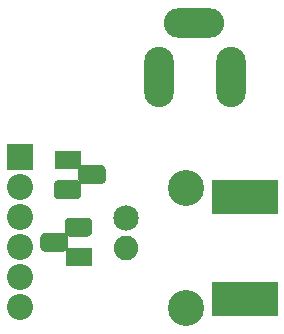
<source format=gbr>
G04 #@! TF.GenerationSoftware,KiCad,Pcbnew,(5.1.5)-3*
G04 #@! TF.CreationDate,2021-08-19T12:17:06-04:00*
G04 #@! TF.ProjectId,CP-OSC,43502d4f-5343-42e6-9b69-6361645f7063,1*
G04 #@! TF.SameCoordinates,Original*
G04 #@! TF.FileFunction,Soldermask,Bot*
G04 #@! TF.FilePolarity,Negative*
%FSLAX46Y46*%
G04 Gerber Fmt 4.6, Leading zero omitted, Abs format (unit mm)*
G04 Created by KiCad (PCBNEW (5.1.5)-3) date 2021-08-19 12:17:06*
%MOMM*%
%LPD*%
G04 APERTURE LIST*
%ADD10C,3.048000*%
%ADD11C,2.159000*%
%ADD12C,2.082800*%
%ADD13R,5.588000X2.921000*%
%ADD14O,2.508000X5.108000*%
%ADD15O,5.108000X2.508000*%
%ADD16C,0.150000*%
%ADD17R,2.308000X1.608000*%
%ADD18R,2.208000X2.208000*%
%ADD19O,2.208000X2.208000*%
G04 APERTURE END LIST*
D10*
X104287000Y-83832400D03*
X104287000Y-73672400D03*
D11*
X99207000Y-76212400D03*
D12*
X99207000Y-78752400D03*
D13*
X109240000Y-83070400D03*
X109240000Y-74434400D03*
D14*
X108097000Y-64274400D03*
X101997000Y-64274400D03*
D15*
X104897000Y-59674400D03*
D16*
G36*
X97096403Y-71727336D02*
G01*
X97135426Y-71733124D01*
X97173694Y-71742710D01*
X97210839Y-71756000D01*
X97246501Y-71772868D01*
X97280339Y-71793149D01*
X97312026Y-71816650D01*
X97341257Y-71843143D01*
X97367750Y-71872374D01*
X97391251Y-71904061D01*
X97411532Y-71937899D01*
X97428400Y-71973561D01*
X97441690Y-72010706D01*
X97451276Y-72048974D01*
X97457064Y-72087997D01*
X97459000Y-72127400D01*
X97459000Y-72931400D01*
X97457064Y-72970803D01*
X97451276Y-73009826D01*
X97441690Y-73048094D01*
X97428400Y-73085239D01*
X97411532Y-73120901D01*
X97391251Y-73154739D01*
X97367750Y-73186426D01*
X97341257Y-73215657D01*
X97312026Y-73242150D01*
X97280339Y-73265651D01*
X97246501Y-73285932D01*
X97210839Y-73302800D01*
X97173694Y-73316090D01*
X97135426Y-73325676D01*
X97096403Y-73331464D01*
X97057000Y-73333400D01*
X95553000Y-73333400D01*
X95513597Y-73331464D01*
X95474574Y-73325676D01*
X95436306Y-73316090D01*
X95399161Y-73302800D01*
X95363499Y-73285932D01*
X95329661Y-73265651D01*
X95297974Y-73242150D01*
X95268743Y-73215657D01*
X95242250Y-73186426D01*
X95218749Y-73154739D01*
X95198468Y-73120901D01*
X95181600Y-73085239D01*
X95168310Y-73048094D01*
X95158724Y-73009826D01*
X95152936Y-72970803D01*
X95151000Y-72931400D01*
X95151000Y-72127400D01*
X95152936Y-72087997D01*
X95158724Y-72048974D01*
X95168310Y-72010706D01*
X95181600Y-71973561D01*
X95198468Y-71937899D01*
X95218749Y-71904061D01*
X95242250Y-71872374D01*
X95268743Y-71843143D01*
X95297974Y-71816650D01*
X95329661Y-71793149D01*
X95363499Y-71772868D01*
X95399161Y-71756000D01*
X95436306Y-71742710D01*
X95474574Y-71733124D01*
X95513597Y-71727336D01*
X95553000Y-71725400D01*
X97057000Y-71725400D01*
X97096403Y-71727336D01*
G37*
G36*
X95026403Y-72997336D02*
G01*
X95065426Y-73003124D01*
X95103694Y-73012710D01*
X95140839Y-73026000D01*
X95176501Y-73042868D01*
X95210339Y-73063149D01*
X95242026Y-73086650D01*
X95271257Y-73113143D01*
X95297750Y-73142374D01*
X95321251Y-73174061D01*
X95341532Y-73207899D01*
X95358400Y-73243561D01*
X95371690Y-73280706D01*
X95381276Y-73318974D01*
X95387064Y-73357997D01*
X95389000Y-73397400D01*
X95389000Y-74201400D01*
X95387064Y-74240803D01*
X95381276Y-74279826D01*
X95371690Y-74318094D01*
X95358400Y-74355239D01*
X95341532Y-74390901D01*
X95321251Y-74424739D01*
X95297750Y-74456426D01*
X95271257Y-74485657D01*
X95242026Y-74512150D01*
X95210339Y-74535651D01*
X95176501Y-74555932D01*
X95140839Y-74572800D01*
X95103694Y-74586090D01*
X95065426Y-74595676D01*
X95026403Y-74601464D01*
X94987000Y-74603400D01*
X93483000Y-74603400D01*
X93443597Y-74601464D01*
X93404574Y-74595676D01*
X93366306Y-74586090D01*
X93329161Y-74572800D01*
X93293499Y-74555932D01*
X93259661Y-74535651D01*
X93227974Y-74512150D01*
X93198743Y-74485657D01*
X93172250Y-74456426D01*
X93148749Y-74424739D01*
X93128468Y-74390901D01*
X93111600Y-74355239D01*
X93098310Y-74318094D01*
X93088724Y-74279826D01*
X93082936Y-74240803D01*
X93081000Y-74201400D01*
X93081000Y-73397400D01*
X93082936Y-73357997D01*
X93088724Y-73318974D01*
X93098310Y-73280706D01*
X93111600Y-73243561D01*
X93128468Y-73207899D01*
X93148749Y-73174061D01*
X93172250Y-73142374D01*
X93198743Y-73113143D01*
X93227974Y-73086650D01*
X93259661Y-73063149D01*
X93293499Y-73042868D01*
X93329161Y-73026000D01*
X93366306Y-73012710D01*
X93404574Y-73003124D01*
X93443597Y-72997336D01*
X93483000Y-72995400D01*
X94987000Y-72995400D01*
X95026403Y-72997336D01*
G37*
D17*
X94235000Y-71259400D03*
X95162000Y-79514400D03*
D16*
G36*
X95953403Y-76172336D02*
G01*
X95992426Y-76178124D01*
X96030694Y-76187710D01*
X96067839Y-76201000D01*
X96103501Y-76217868D01*
X96137339Y-76238149D01*
X96169026Y-76261650D01*
X96198257Y-76288143D01*
X96224750Y-76317374D01*
X96248251Y-76349061D01*
X96268532Y-76382899D01*
X96285400Y-76418561D01*
X96298690Y-76455706D01*
X96308276Y-76493974D01*
X96314064Y-76532997D01*
X96316000Y-76572400D01*
X96316000Y-77376400D01*
X96314064Y-77415803D01*
X96308276Y-77454826D01*
X96298690Y-77493094D01*
X96285400Y-77530239D01*
X96268532Y-77565901D01*
X96248251Y-77599739D01*
X96224750Y-77631426D01*
X96198257Y-77660657D01*
X96169026Y-77687150D01*
X96137339Y-77710651D01*
X96103501Y-77730932D01*
X96067839Y-77747800D01*
X96030694Y-77761090D01*
X95992426Y-77770676D01*
X95953403Y-77776464D01*
X95914000Y-77778400D01*
X94410000Y-77778400D01*
X94370597Y-77776464D01*
X94331574Y-77770676D01*
X94293306Y-77761090D01*
X94256161Y-77747800D01*
X94220499Y-77730932D01*
X94186661Y-77710651D01*
X94154974Y-77687150D01*
X94125743Y-77660657D01*
X94099250Y-77631426D01*
X94075749Y-77599739D01*
X94055468Y-77565901D01*
X94038600Y-77530239D01*
X94025310Y-77493094D01*
X94015724Y-77454826D01*
X94009936Y-77415803D01*
X94008000Y-77376400D01*
X94008000Y-76572400D01*
X94009936Y-76532997D01*
X94015724Y-76493974D01*
X94025310Y-76455706D01*
X94038600Y-76418561D01*
X94055468Y-76382899D01*
X94075749Y-76349061D01*
X94099250Y-76317374D01*
X94125743Y-76288143D01*
X94154974Y-76261650D01*
X94186661Y-76238149D01*
X94220499Y-76217868D01*
X94256161Y-76201000D01*
X94293306Y-76187710D01*
X94331574Y-76178124D01*
X94370597Y-76172336D01*
X94410000Y-76170400D01*
X95914000Y-76170400D01*
X95953403Y-76172336D01*
G37*
G36*
X93883403Y-77442336D02*
G01*
X93922426Y-77448124D01*
X93960694Y-77457710D01*
X93997839Y-77471000D01*
X94033501Y-77487868D01*
X94067339Y-77508149D01*
X94099026Y-77531650D01*
X94128257Y-77558143D01*
X94154750Y-77587374D01*
X94178251Y-77619061D01*
X94198532Y-77652899D01*
X94215400Y-77688561D01*
X94228690Y-77725706D01*
X94238276Y-77763974D01*
X94244064Y-77802997D01*
X94246000Y-77842400D01*
X94246000Y-78646400D01*
X94244064Y-78685803D01*
X94238276Y-78724826D01*
X94228690Y-78763094D01*
X94215400Y-78800239D01*
X94198532Y-78835901D01*
X94178251Y-78869739D01*
X94154750Y-78901426D01*
X94128257Y-78930657D01*
X94099026Y-78957150D01*
X94067339Y-78980651D01*
X94033501Y-79000932D01*
X93997839Y-79017800D01*
X93960694Y-79031090D01*
X93922426Y-79040676D01*
X93883403Y-79046464D01*
X93844000Y-79048400D01*
X92340000Y-79048400D01*
X92300597Y-79046464D01*
X92261574Y-79040676D01*
X92223306Y-79031090D01*
X92186161Y-79017800D01*
X92150499Y-79000932D01*
X92116661Y-78980651D01*
X92084974Y-78957150D01*
X92055743Y-78930657D01*
X92029250Y-78901426D01*
X92005749Y-78869739D01*
X91985468Y-78835901D01*
X91968600Y-78800239D01*
X91955310Y-78763094D01*
X91945724Y-78724826D01*
X91939936Y-78685803D01*
X91938000Y-78646400D01*
X91938000Y-77842400D01*
X91939936Y-77802997D01*
X91945724Y-77763974D01*
X91955310Y-77725706D01*
X91968600Y-77688561D01*
X91985468Y-77652899D01*
X92005749Y-77619061D01*
X92029250Y-77587374D01*
X92055743Y-77558143D01*
X92084974Y-77531650D01*
X92116661Y-77508149D01*
X92150499Y-77487868D01*
X92186161Y-77471000D01*
X92223306Y-77457710D01*
X92261574Y-77448124D01*
X92300597Y-77442336D01*
X92340000Y-77440400D01*
X93844000Y-77440400D01*
X93883403Y-77442336D01*
G37*
D18*
X90190000Y-71005400D03*
D19*
X90190000Y-73545400D03*
X90190000Y-76085400D03*
X90190000Y-78625400D03*
X90190000Y-81165400D03*
X90190000Y-83705400D03*
M02*

</source>
